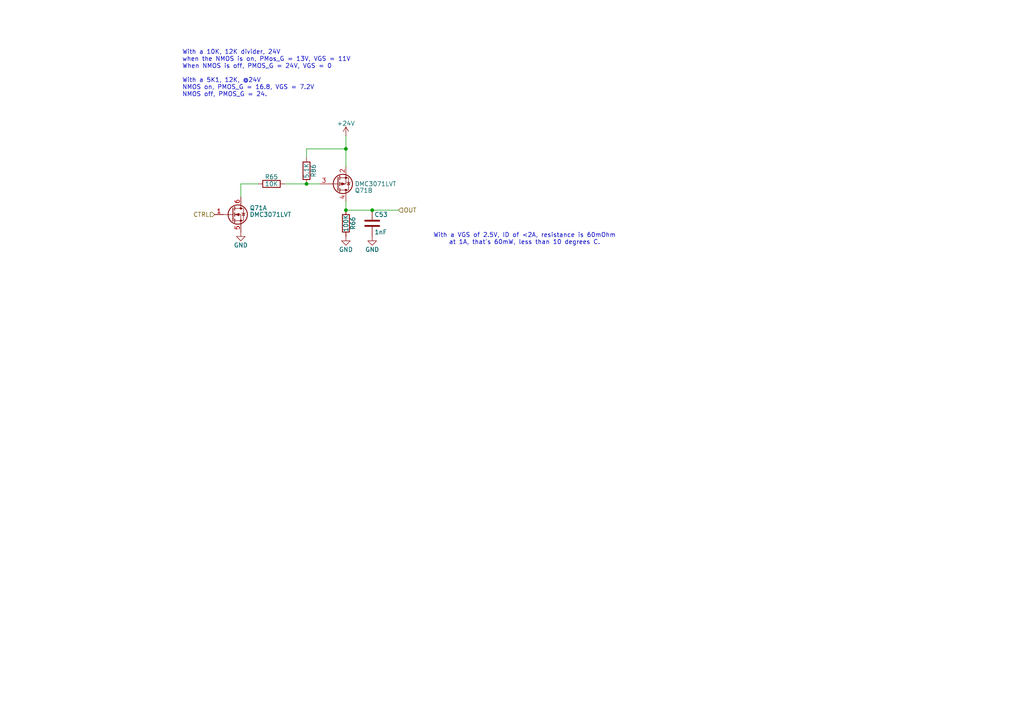
<source format=kicad_sch>
(kicad_sch (version 20231120) (generator "eeschema") (generator_version "8.0")
  (paper "A4")
  (lib_symbols
    (symbol "Device:C" (pin_numbers hide) (pin_names (offset 0.254))
      (property "Reference" "C" (at 0.635 2.54 0))
      (property "Value" "C" (at 0.635 -2.54 0))
      (symbol "C_0_1"
        (polyline (pts (xy -2.032 -0.762) (xy 2.032 -0.762)) (stroke (width 0.508)))
        (polyline (pts (xy -2.032 0.762) (xy 2.032 0.762)) (stroke (width 0.508)))
      )
      (symbol "C_1_1"
        (pin passive line (at 0 3.81 270) (length 2.794) (name "~") (number "1"))
        (pin passive line (at 0 -3.81 90) (length 2.794) (name "~") (number "2"))
      )
    )
    (symbol "Device:R" (pin_numbers hide) (pin_names (offset 0))
      (property "Reference" "R" (at 2.032 0 90))
      (property "Value" "R" (at 0 0 90))
      (symbol "R_0_1"
        (rectangle (start -1.016 -2.54) (end 1.016 2.54) (stroke (width 0.254)))
      )
      (symbol "R_1_1"
        (pin passive line (at 0 3.81 270) (length 1.27) (name "~") (number "1"))
        (pin passive line (at 0 -3.81 90) (length 1.27) (name "~") (number "2"))
      )
    )
    (symbol "Transistor_FET:DMC3071LVT" (pin_names hide)
      (property "Reference" "Q" (at 2.54 1.905 0))
      (property "Value" "DMC3071LVT" (at 2.54 0 0))
      (symbol "DMC3071LVT_0_1"
        (circle (center -0.889 0) (radius 2.794) (stroke (width 0.254)))
        (circle (center 0 -1.778) (radius 0.254) (fill (type outline)))
        (polyline (pts (xy -2.286 0) (xy -5.08 0)))
        (polyline (pts (xy -2.286 1.905) (xy -2.286 -1.905)) (stroke (width 0.254)))
        (polyline (pts (xy -1.778 -1.27) (xy -1.778 -2.286)) (stroke (width 0.254)))
        (polyline (pts (xy -1.778 0.508) (xy -1.778 -0.508)) (stroke (width 0.254)))
        (polyline (pts (xy -1.778 2.286) (xy -1.778 1.27)) (stroke (width 0.254)))
        (polyline (pts (xy 0 2.54) (xy 0 1.778)))
        (polyline (pts (xy 0 -2.54) (xy 0 0) (xy -1.778 0)))
        (polyline (pts (xy -1.778 -1.778) (xy 0.762 -1.778) (xy 0.762 1.778) (xy -1.778 1.778)))
        (circle (center 0 1.778) (radius 0.254) (fill (type outline)))
      )
      (symbol "DMC3071LVT_1_1"
        (polyline (pts (xy -1.524 0) (xy -0.508 0.381) (xy -0.508 -0.381) (xy -1.524 0)) (fill (type outline)))
        (polyline (pts (xy 0.254 0.508) (xy 0.381 0.381) (xy 1.143 0.381) (xy 1.27 0.254)))
        (polyline (pts (xy 0.762 0.381) (xy 0.381 -0.254) (xy 1.143 -0.254) (xy 0.762 0.381)))
        (pin passive line (at -7.62 0 0) (length 2.54) (name "G") (number "1"))
        (pin passive line (at 0 -5.08 90) (length 2.54) (name "S") (number "5"))
        (pin passive line (at 0 5.08 270) (length 2.54) (name "D") (number "6"))
      )
      (symbol "DMC3071LVT_2_1"
        (polyline (pts (xy -0.254 0) (xy -1.27 0.381) (xy -1.27 -0.381) (xy -0.254 0)) (fill (type outline)))
        (polyline (pts (xy 0.254 -0.508) (xy 0.381 -0.381) (xy 1.143 -0.381) (xy 1.27 -0.254)))
        (polyline (pts (xy 0.762 -0.381) (xy 0.381 0.254) (xy 1.143 0.254) (xy 0.762 -0.381)))
        (pin passive line (at 0 -5.08 90) (length 2.54) (name "S") (number "2"))
        (pin passive line (at -7.62 0 0) (length 2.54) (name "G") (number "3"))
        (pin passive line (at 0 5.08 270) (length 2.54) (name "D") (number "4"))
      )
    )
    (symbol "power:+24V" (power) (pin_numbers hide) (pin_names (offset 0) hide)
      (property "Value" "+24V" (at 0 3.556 0))
      (symbol "+24V_0_1"
        (polyline (pts (xy -0.762 1.27) (xy 0 2.54)))
        (polyline (pts (xy 0 0) (xy 0 2.54)))
        (polyline (pts (xy 0 2.54) (xy 0.762 1.27)))
      )
      (symbol "+24V_1_1"
        (pin power_in line (at 0 0 90) (length 0) (name "~") (number "1"))
      )
    )
    (symbol "power:GND" (power) (pin_numbers hide) (pin_names (offset 0) hide)
      (property "Value" "GND" (at 0 -3.81 0))
      (symbol "GND_0_1"
        (polyline (pts (xy 0 0) (xy 0 -1.27) (xy 1.27 -1.27) (xy 0 -2.54) (xy -1.27 -1.27) (xy 0 -1.27)))
      )
      (symbol "GND_1_1"
        (pin power_in line (at 0 0 270) (length 0) (name "~") (number "1"))
      )
    )
  )
  (junction (at 107.95 60.96))
  (junction (at 88.9 53.34))
  (junction (at 100.33 60.96))
  (junction (at 100.33 43.18))
  (wire (pts (xy 88.9 45.72) (xy 88.9 43.18)))
  (wire (pts (xy 69.85 57.15) (xy 69.85 53.34)))
  (wire (pts (xy 88.9 53.34) (xy 92.71 53.34)))
  (wire (pts (xy 100.33 60.96) (xy 100.33 58.42)))
  (wire (pts (xy 82.55 53.34) (xy 88.9 53.34)))
  (wire (pts (xy 100.33 39.37) (xy 100.33 43.18)))
  (wire (pts (xy 107.95 60.96) (xy 115.57 60.96)))
  (wire (pts (xy 88.9 43.18) (xy 100.33 43.18)))
  (wire (pts (xy 100.33 43.18) (xy 100.33 48.26)))
  (wire (pts (xy 69.85 53.34) (xy 74.93 53.34)))
  (wire (pts (xy 100.33 60.96) (xy 107.95 60.96)))
  (text "With a VGS of 2.5V, ID of <2A, resistance is 60mOhm\nat 1A, that's 60mW, less than 10 degrees C.\n" (at 152.146 69.342 0) (effects (font (size 1.27 1.27))))
  (text "With a 10K, 12K divider, 24V\nwhen the NMOS is on, PMos_G = 13V, VGS = 11V\nWhen NMOS is off, PMOS_G = 24V, VGS = 0\n\nWith a 5K1, 12K, @24V\nNMOS on, PMOS_G = 16.8, VGS = 7.2V\nNMOS off, PMOS_G = 24. " (at 52.832 21.336 0) (effects (font (size 1.27 1.27)) (justify left)))
  (hierarchical_label "CTRL" (shape input) (at 62.23 62.23 180))
  (hierarchical_label "OUT" (shape input) (at 115.57 60.96 0))
  (symbol (lib_id "power:GND") (at 107.95 68.58 0) (unit 1)
    (property "Reference" "#PWR0236" (effects (hide yes)))
    (property "Value" "GND" (at 107.95 72.39 0))
    (property "Description" "Power symbol creates a global label with name \"GND\" , ground" (effects (hide yes)))
    (instances (project "VFDSAO" (path "" (reference "#PWR0236") (unit 1)) (path "" (reference "#PWR0228") (unit 1)) (path "" (reference "#PWR0208") (unit 1)) (path "" (reference "#PWR0232") (unit 1)) (path "" (reference "#PWR0202") (unit 1)) (path "" (reference "#PWR0204") (unit 1)) (path "" (reference "#PWR0226") (unit 1)) (path "" (reference "#PWR0222") (unit 1)) (path "" (reference "#PWR0206") (unit 1)) (path "" (reference "#PWR0220") (unit 1)) (path "" (reference "#PWR0234") (unit 1)) (path "" (reference "#PWR0218") (unit 1)) (path "" (reference "#PWR0212") (unit 1)) (path "" (reference "#PWR0224") (unit 1)) (path "" (reference "#PWR0230") (unit 1)) (path "" (reference "#PWR0198") (unit 1)) (path "" (reference "#PWR0210") (unit 1)) (path "" (reference "#PWR0214") (unit 1)) (path "" (reference "#PWR0216") (unit 1)) (path "" (reference "#PWR0200") (unit 1))))
  )
  (symbol (lib_id "Device:R") (at 100.33 64.77 0) (unit 1)
    (property "Reference" "R66" (at 102.362 64.77 90))
    (property "Value" "100K" (at 100.33 64.77 90))
    (property "Footprint" "Resistor_SMD:R_0402_1005Metric" (effects (hide yes)))
    (property "Description" "Resistor" (effects (hide yes)))
    (property "LCSC" "C25741" (effects (hide yes)))
    (instances (project "VFDSAO" (path "" (reference "R66") (unit 1)) (path "" (reference "R58") (unit 1)) (path "" (reference "R38") (unit 1)) (path "" (reference "R62") (unit 1)) (path "" (reference "R32") (unit 1)) (path "" (reference "R34") (unit 1)) (path "" (reference "R56") (unit 1)) (path "" (reference "R52") (unit 1)) (path "" (reference "R36") (unit 1)) (path "" (reference "R50") (unit 1)) (path "" (reference "R64") (unit 1)) (path "" (reference "R48") (unit 1)) (path "" (reference "R42") (unit 1)) (path "" (reference "R54") (unit 1)) (path "" (reference "R60") (unit 1)) (path "" (reference "R28") (unit 1)) (path "" (reference "R40") (unit 1)) (path "" (reference "R44") (unit 1)) (path "" (reference "R46") (unit 1)) (path "" (reference "R30") (unit 1))))
  )
  (symbol (lib_id "Device:R") (at 88.9 49.53 0) (unit 1)
    (property "Reference" "R86" (at 90.932 49.53 90))
    (property "Value" "5.1K" (at 88.9 49.53 90))
    (property "Footprint" "Resistor_SMD:R_0402_1005Metric" (effects (hide yes)))
    (property "Description" "Resistor" (effects (hide yes)))
    (property "LCSC" "C25905" (effects (hide yes)))
    (instances (project "VFDSAO" (path "" (reference "R86") (unit 1)) (path "" (reference "R82") (unit 1)) (path "" (reference "R72") (unit 1)) (path "" (reference "R84") (unit 1)) (path "" (reference "R69") (unit 1)) (path "" (reference "R70") (unit 1)) (path "" (reference "R81") (unit 1)) (path "" (reference "R79") (unit 1)) (path "" (reference "R71") (unit 1)) (path "" (reference "R78") (unit 1)) (path "" (reference "R85") (unit 1)) (path "" (reference "R77") (unit 1)) (path "" (reference "R74") (unit 1)) (path "" (reference "R80") (unit 1)) (path "" (reference "R83") (unit 1)) (path "" (reference "R67") (unit 1)) (path "" (reference "R73") (unit 1)) (path "" (reference "R75") (unit 1)) (path "" (reference "R76") (unit 1)) (path "" (reference "R68") (unit 1))))
  )
  (symbol (lib_id "power:GND") (at 100.33 68.58 0) (unit 1)
    (property "Reference" "#PWR0235" (effects (hide yes)))
    (property "Value" "GND" (at 100.33 72.39 0))
    (property "Description" "Power symbol creates a global label with name \"GND\" , ground" (effects (hide yes)))
    (instances (project "VFDSAO" (path "" (reference "#PWR0235") (unit 1)) (path "" (reference "#PWR0227") (unit 1)) (path "" (reference "#PWR0207") (unit 1)) (path "" (reference "#PWR0231") (unit 1)) (path "" (reference "#PWR0201") (unit 1)) (path "" (reference "#PWR0203") (unit 1)) (path "" (reference "#PWR0225") (unit 1)) (path "" (reference "#PWR0221") (unit 1)) (path "" (reference "#PWR0205") (unit 1)) (path "" (reference "#PWR0219") (unit 1)) (path "" (reference "#PWR0233") (unit 1)) (path "" (reference "#PWR0217") (unit 1)) (path "" (reference "#PWR0211") (unit 1)) (path "" (reference "#PWR0223") (unit 1)) (path "" (reference "#PWR0229") (unit 1)) (path "" (reference "#PWR0197") (unit 1)) (path "" (reference "#PWR0209") (unit 1)) (path "" (reference "#PWR0213") (unit 1)) (path "" (reference "#PWR0215") (unit 1)) (path "" (reference "#PWR0199") (unit 1))))
  )
  (symbol (lib_id "power:GND") (at 69.85 67.31 0) (unit 1)
    (property "Reference" "#PWR0256" (effects (hide yes)))
    (property "Value" "GND" (at 69.85 71.12 0))
    (property "Description" "Power symbol creates a global label with name \"GND\" , ground" (effects (hide yes)))
    (instances (project "VFDSAO" (path "" (reference "#PWR0256") (unit 1)) (path "" (reference "#PWR0252") (unit 1)) (path "" (reference "#PWR0242") (unit 1)) (path "" (reference "#PWR0254") (unit 1)) (path "" (reference "#PWR0239") (unit 1)) (path "" (reference "#PWR0240") (unit 1)) (path "" (reference "#PWR0251") (unit 1)) (path "" (reference "#PWR0249") (unit 1)) (path "" (reference "#PWR0241") (unit 1)) (path "" (reference "#PWR0248") (unit 1)) (path "" (reference "#PWR0255") (unit 1)) (path "" (reference "#PWR0247") (unit 1)) (path "" (reference "#PWR0244") (unit 1)) (path "" (reference "#PWR0250") (unit 1)) (path "" (reference "#PWR0253") (unit 1)) (path "" (reference "#PWR0237") (unit 1)) (path "" (reference "#PWR0243") (unit 1)) (path "" (reference "#PWR0245") (unit 1)) (path "" (reference "#PWR0246") (unit 1)) (path "" (reference "#PWR0238") (unit 1))))
  )
  (symbol (lib_id "Device:R") (at 78.74 53.34 90) (unit 1)
    (property "Reference" "R65" (at 78.74 51.308 90))
    (property "Value" "10K" (at 78.74 53.34 90))
    (property "Footprint" "Resistor_SMD:R_0402_1005Metric" (effects (hide yes)))
    (property "Description" "Resistor" (effects (hide yes)))
    (property "LCSC" "C25744" (effects (hide yes)))
    (instances (project "VFDSAO" (path "" (reference "R65") (unit 1)) (path "" (reference "R57") (unit 1)) (path "" (reference "R37") (unit 1)) (path "" (reference "R61") (unit 1)) (path "" (reference "R31") (unit 1)) (path "" (reference "R33") (unit 1)) (path "" (reference "R55") (unit 1)) (path "" (reference "R51") (unit 1)) (path "" (reference "R35") (unit 1)) (path "" (reference "R49") (unit 1)) (path "" (reference "R63") (unit 1)) (path "" (reference "R47") (unit 1)) (path "" (reference "R41") (unit 1)) (path "" (reference "R53") (unit 1)) (path "" (reference "R59") (unit 1)) (path "" (reference "R27") (unit 1)) (path "" (reference "R39") (unit 1)) (path "" (reference "R43") (unit 1)) (path "" (reference "R45") (unit 1)) (path "" (reference "R29") (unit 1))))
  )
  (symbol (lib_id "Transistor_FET:DMC3071LVT") (at 69.85 62.23 0) (unit 1)
    (property "Reference" "Q71" (at 72.39 60.325 0) (effects (justify left)))
    (property "Value" "DMC3071LVT" (at 72.39 62.23 0) (effects (justify left)))
    (property "Footprint" "Package_TO_SOT_SMD:SOT-23-6" (effects (hide yes)))
    (property "Datasheet" "https://www.diodes.com/assets/Datasheets/DMC3071LVT.pdf" (effects (hide yes)))
    (property "Description" "3.4A/-2.7A Id, 30V Vds, Complementary pair enhancement mode P-Channel and N-Channel MOSFET, TSOT-23-6" (effects (hide yes)))
    (property "LCSC" "C18221386" (effects (hide yes)))
    (instances (project "" (path "" (reference "Q71") (unit 1)) (path "" (reference "Q67") (unit 1)) (path "" (reference "Q57") (unit 1)) (path "" (reference "Q69") (unit 1)) (path "" (reference "Q54") (unit 1)) (path "" (reference "Q55") (unit 1)) (path "" (reference "Q66") (unit 1)) (path "" (reference "Q64") (unit 1)) (path "" (reference "Q56") (unit 1)) (path "" (reference "Q63") (unit 1)) (path "" (reference "Q70") (unit 1)) (path "" (reference "Q62") (unit 1)) (path "" (reference "Q59") (unit 1)) (path "" (reference "Q65") (unit 1)) (path "" (reference "Q68") (unit 1)) (path "" (reference "Q52") (unit 1)) (path "" (reference "Q58") (unit 1)) (path "" (reference "Q60") (unit 1)) (path "" (reference "Q61") (unit 1)) (path "" (reference "Q53") (unit 1))))
  )
  (symbol (lib_id "Device:C") (at 107.95 64.77 0) (unit 1)
    (property "Reference" "C53" (at 108.585 62.23 0) (effects (justify left)))
    (property "Value" "1nF" (at 108.585 67.31 0) (effects (justify left)))
    (property "Footprint" "Capacitor_SMD:C_0402_1005Metric" (effects (hide yes)))
    (property "Description" "Unpolarized capacitor" (effects (hide yes)))
    (property "LCSC" "C1523" (effects (hide yes)))
    (instances (project "" (path "" (reference "C53") (unit 1)) (path "" (reference "C49") (unit 1)) (path "" (reference "C39") (unit 1)) (path "" (reference "C51") (unit 1)) (path "" (reference "C36") (unit 1)) (path "" (reference "C37") (unit 1)) (path "" (reference "C48") (unit 1)) (path "" (reference "C46") (unit 1)) (path "" (reference "C38") (unit 1)) (path "" (reference "C45") (unit 1)) (path "" (reference "C52") (unit 1)) (path "" (reference "C44") (unit 1)) (path "" (reference "C41") (unit 1)) (path "" (reference "C47") (unit 1)) (path "" (reference "C50") (unit 1)) (path "" (reference "C34") (unit 1)) (path "" (reference "C40") (unit 1)) (path "" (reference "C42") (unit 1)) (path "" (reference "C43") (unit 1)) (path "" (reference "C35") (unit 1))))
  )
  (symbol (lib_id "power:+24V") (at 100.33 39.37 0) (unit 1)
    (property "Reference" "#PWR0196" (effects (hide yes)))
    (property "Value" "+24V" (at 100.33 35.814 0))
    (property "Description" "Power symbol creates a global label with name \"+24V\"" (effects (hide yes)))
    (instances (project "VFDSAO" (path "" (reference "#PWR0196") (unit 1)) (path "" (reference "#PWR0192") (unit 1)) (path "" (reference "#PWR0182") (unit 1)) (path "" (reference "#PWR0194") (unit 1)) (path "" (reference "#PWR086") (unit 1)) (path "" (reference "#PWR093") (unit 1)) (path "" (reference "#PWR0191") (unit 1)) (path "" (reference "#PWR0189") (unit 1)) (path "" (reference "#PWR098") (unit 1)) (path "" (reference "#PWR0188") (unit 1)) (path "" (reference "#PWR0195") (unit 1)) (path "" (reference "#PWR0187") (unit 1)) (path "" (reference "#PWR0184") (unit 1)) (path "" (reference "#PWR0190") (unit 1)) (path "" (reference "#PWR0193") (unit 1)) (path "" (reference "#PWR062") (unit 1)) (path "" (reference "#PWR0183") (unit 1)) (path "" (reference "#PWR0185") (unit 1)) (path "" (reference "#PWR0186") (unit 1)) (path "" (reference "#PWR074") (unit 1))))
  )
  (symbol (lib_id "Transistor_FET:DMC3071LVT") (at 100.33 53.34 0) (mirror x) (unit 2)
    (property "Reference" "Q71" (at 102.87 55.245 0) (effects (justify left)))
    (property "Value" "DMC3071LVT" (at 102.87 53.34 0) (effects (justify left)))
    (property "Footprint" "Package_TO_SOT_SMD:SOT-23-6" (effects (hide yes)))
    (property "Datasheet" "https://www.diodes.com/assets/Datasheets/DMC3071LVT.pdf" (effects (hide yes)))
    (property "Description" "3.4A/-2.7A Id, 30V Vds, Complementary pair enhancement mode P-Channel and N-Channel MOSFET, TSOT-23-6" (effects (hide yes)))
    (property "LCSC" "C18221386" (effects (hide yes)))
    (instances (project "" (path "" (reference "Q71") (unit 2)) (path "" (reference "Q67") (unit 2)) (path "" (reference "Q57") (unit 2)) (path "" (reference "Q69") (unit 2)) (path "" (reference "Q54") (unit 2)) (path "" (reference "Q55") (unit 2)) (path "" (reference "Q66") (unit 2)) (path "" (reference "Q64") (unit 2)) (path "" (reference "Q56") (unit 2)) (path "" (reference "Q63") (unit 2)) (path "" (reference "Q70") (unit 2)) (path "" (reference "Q62") (unit 2)) (path "" (reference "Q59") (unit 2)) (path "" (reference "Q65") (unit 2)) (path "" (reference "Q68") (unit 2)) (path "" (reference "Q52") (unit 2)) (path "" (reference "Q58") (unit 2)) (path "" (reference "Q60") (unit 2)) (path "" (reference "Q61") (unit 2)) (path "" (reference "Q53") (unit 2))))
  )
)
</source>
